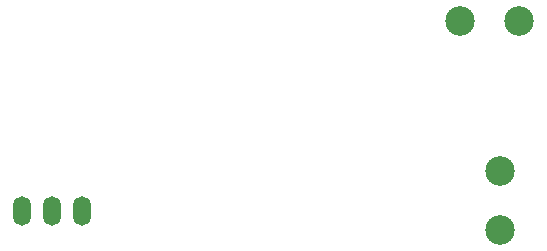
<source format=gbr>
G04 #@! TF.FileFunction,Copper,L2,Bot,Signal*
%FSLAX46Y46*%
G04 Gerber Fmt 4.6, Leading zero omitted, Abs format (unit mm)*
G04 Created by KiCad (PCBNEW 4.0.4-stable) date 11/15/16 10:44:39*
%MOMM*%
%LPD*%
G01*
G04 APERTURE LIST*
%ADD10C,0.100000*%
%ADD11C,2.500000*%
%ADD12O,1.501140X2.499360*%
G04 APERTURE END LIST*
D10*
D11*
X171800000Y-113200000D03*
X171800000Y-108200000D03*
X173400000Y-95450000D03*
X168400000Y-95450000D03*
D12*
X133850000Y-111600000D03*
X136390000Y-111600000D03*
X131310000Y-111600000D03*
M02*

</source>
